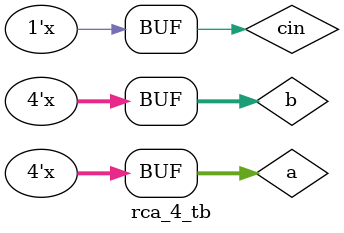
<source format=v>
module rca_4(
input [3:0]a,
input [3:0]b,
input cin,
output [3:0]s,
output cout
);
wire [2:0]c;
assign s[0]=a[0]^b[0]^cin;
assign c[0]=(a[0]&b[0])|(b[0]&cin)|(cin&a[0]);

assign s[1]=a[1]^b[1]^c[0];
assign c[1]=(a[1]&b[1])|(b[1]&c[0])|(c[0]&a[1]);

assign s[2]=a[2]^b[2]^c[1];
assign c[2]=(a[2]&b[2])|(b[2]&c[1])|(c[1]&a[2]);

assign s[3]=a[3]^b[3]^c[2];
assign cout=(a[3]&b[3])|(b[3]&c[2])|(c[2]&a[3]);
endmodule

module rca_4_tb();
reg [3:0]a;
reg [3:0]b;
reg cin;
wire [3:0]s;
wire cout;
rca_4 dut(a,b,cin,s,cout);

initial a=4'b0000;
initial b=4'b0000;
initial cin=1'b0;
always #4 a=a+4'b0001;
always #16 b=b+4'b0001;
always #256 cin=cin+1'b1;
initial $monitor("a=%0b b=0%b cin=%0b s=%0b cout=%0b",a,b,cin,s,cout);
endmodule







</source>
